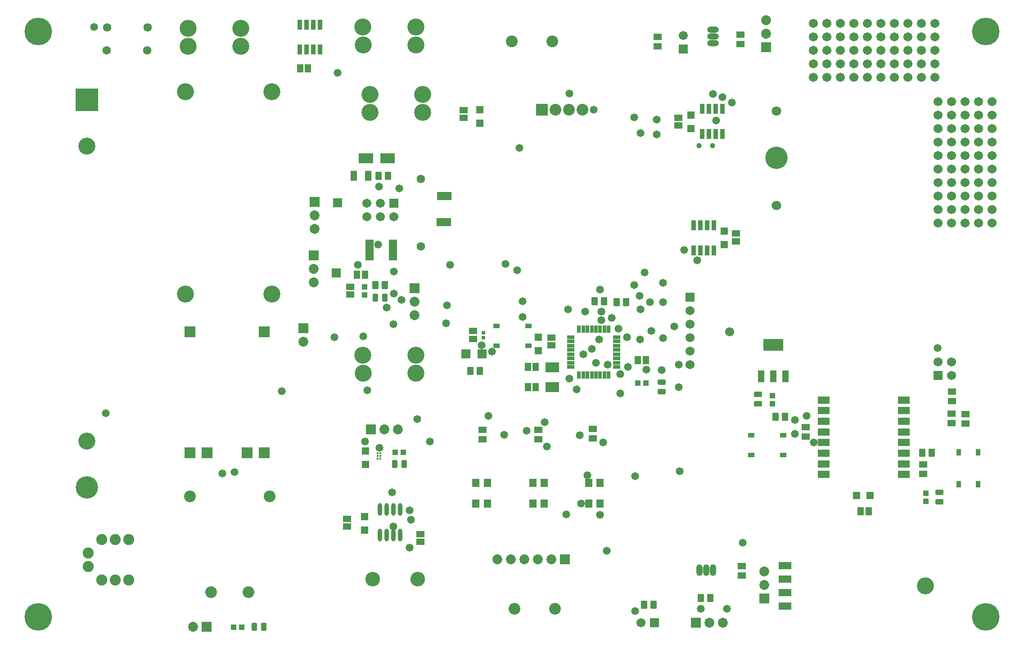
<source format=gts>
%FSTAX23Y23*%
%MOIN*%
%SFA1B1*%

%IPPOS*%
%AMD91*
4,1,8,-0.013800,0.004900,-0.013800,-0.004900,-0.004900,-0.013800,0.004900,-0.013800,0.013800,-0.004900,0.013800,0.004900,0.004900,0.013800,-0.004900,0.013800,-0.013800,0.004900,0.0*
1,1,0.017843,-0.004900,0.004900*
1,1,0.017843,-0.004900,-0.004900*
1,1,0.017843,0.004900,-0.004900*
1,1,0.017843,0.004900,0.004900*
%
%AMD92*
4,1,8,0.021500,-0.013100,0.021500,0.013100,0.013100,0.021500,-0.013100,0.021500,-0.021500,0.013100,-0.021500,-0.013100,-0.013100,-0.021500,0.013100,-0.021500,0.021500,-0.013100,0.0*
1,1,0.016748,0.013100,-0.013100*
1,1,0.016748,0.013100,0.013100*
1,1,0.016748,-0.013100,0.013100*
1,1,0.016748,-0.013100,-0.013100*
%
%AMD93*
4,1,8,-0.015000,-0.031500,0.015000,-0.031500,0.024000,-0.022500,0.024000,0.022500,0.015000,0.031500,-0.015000,0.031500,-0.024000,0.022500,-0.024000,-0.022500,-0.015000,-0.031500,0.0*
1,1,0.018000,-0.015000,-0.022500*
1,1,0.018000,0.015000,-0.022500*
1,1,0.018000,0.015000,0.022500*
1,1,0.018000,-0.015000,0.022500*
%
%AMD95*
4,1,8,0.013100,0.029000,-0.013100,0.029000,-0.021500,0.020600,-0.021500,-0.020600,-0.013100,-0.029000,0.013100,-0.029000,0.021500,-0.020600,0.021500,0.020600,0.013100,0.029000,0.0*
1,1,0.016748,0.013100,0.020600*
1,1,0.016748,-0.013100,0.020600*
1,1,0.016748,-0.013100,-0.020600*
1,1,0.016748,0.013100,-0.020600*
%
%AMD101*
4,1,8,-0.031500,0.015000,-0.031500,-0.015000,-0.022500,-0.024000,0.022500,-0.024000,0.031500,-0.015000,0.031500,0.015000,0.022500,0.024000,-0.022500,0.024000,-0.031500,0.015000,0.0*
1,1,0.018000,-0.022500,0.015000*
1,1,0.018000,-0.022500,-0.015000*
1,1,0.018000,0.022500,-0.015000*
1,1,0.018000,0.022500,0.015000*
%
%AMD103*
4,1,8,-0.013100,-0.021500,0.013100,-0.021500,0.021500,-0.013100,0.021500,0.013100,0.013100,0.021500,-0.013100,0.021500,-0.021500,0.013100,-0.021500,-0.013100,-0.013100,-0.021500,0.0*
1,1,0.016748,-0.013100,-0.013100*
1,1,0.016748,0.013100,-0.013100*
1,1,0.016748,0.013100,0.013100*
1,1,0.016748,-0.013100,0.013100*
%
%AMD104*
4,1,8,-0.029000,0.013100,-0.029000,-0.013100,-0.020600,-0.021500,0.020600,-0.021500,0.029000,-0.013100,0.029000,0.013100,0.020600,0.021500,-0.020600,0.021500,-0.029000,0.013100,0.0*
1,1,0.016748,-0.020600,0.013100*
1,1,0.016748,-0.020600,-0.013100*
1,1,0.016748,0.020600,-0.013100*
1,1,0.016748,0.020600,0.013100*
%
%ADD85R,0.086740X0.055240*%
%ADD86R,0.051307X0.074929*%
%ADD87R,0.102488X0.074929*%
%ADD88R,0.058000X0.030000*%
%ADD89R,0.030000X0.058000*%
%ADD90R,0.063000X0.025000*%
G04~CAMADD=91~8~0.0~0.0~276.9~276.9~89.2~0.0~15~0.0~0.0~0.0~0.0~0~0.0~0.0~0.0~0.0~0~0.0~0.0~0.0~90.0~276.0~276.0*
%ADD91D91*%
G04~CAMADD=92~8~0.0~0.0~430.0~430.0~83.7~0.0~15~0.0~0.0~0.0~0.0~0~0.0~0.0~0.0~0.0~0~0.0~0.0~0.0~270.0~430.0~430.0*
%ADD92D92*%
G04~CAMADD=93~8~0.0~0.0~480.0~630.0~90.0~0.0~15~0.0~0.0~0.0~0.0~0~0.0~0.0~0.0~0.0~0~0.0~0.0~0.0~180.0~480.0~630.0*
%ADD93D93*%
%ADD94R,0.067055X0.070992*%
G04~CAMADD=95~8~0.0~0.0~430.0~580.0~83.7~0.0~15~0.0~0.0~0.0~0.0~0~0.0~0.0~0.0~0.0~0~0.0~0.0~0.0~0.0~430.0~580.0*
%ADD95D95*%
%ADD96R,0.106425X0.074929*%
%ADD97O,0.031622X0.094614*%
%ADD98R,0.058000X0.058000*%
%ADD99R,0.063118X0.051307*%
%ADD100R,0.053279X0.059181*%
G04~CAMADD=101~8~0.0~0.0~480.0~630.0~90.0~0.0~15~0.0~0.0~0.0~0.0~0~0.0~0.0~0.0~0.0~0~0.0~0.0~0.0~90.0~630.0~480.0*
%ADD101D101*%
%ADD102R,0.051307X0.063118*%
G04~CAMADD=103~8~0.0~0.0~430.0~430.0~83.7~0.0~15~0.0~0.0~0.0~0.0~0~0.0~0.0~0.0~0.0~0~0.0~0.0~0.0~180.0~430.0~430.0*
%ADD103D103*%
G04~CAMADD=104~8~0.0~0.0~430.0~580.0~83.7~0.0~15~0.0~0.0~0.0~0.0~0~0.0~0.0~0.0~0.0~0~0.0~0.0~0.0~90.0~580.0~430.0*
%ADD104D104*%
%ADD105R,0.058000X0.058000*%
%ADD106C,0.165480*%
%ADD107R,0.047370X0.086740*%
%ADD108R,0.145795X0.086740*%
%ADD109C,0.017842*%
%ADD110R,0.106425X0.063118*%
%ADD111R,0.036350X0.078079*%
%ADD112R,0.047370X0.035559*%
%ADD113R,0.035559X0.047370*%
%ADD114C,0.067055*%
%ADD115R,0.073000X0.073000*%
%ADD116C,0.073000*%
%ADD117R,0.067055X0.067055*%
%ADD118C,0.126110*%
%ADD119C,0.086740*%
%ADD120R,0.086740X0.086740*%
%ADD121O,0.086740X0.047370*%
%ADD122O,0.086740X0.047370*%
%ADD123C,0.082000*%
%ADD124R,0.165480X0.165480*%
%ADD125C,0.126110*%
%ADD126C,0.086740*%
%ADD127C,0.063118*%
%ADD128C,0.039496*%
%ADD129R,0.067055X0.067055*%
%ADD130C,0.108000*%
%ADD131R,0.078866X0.078866*%
%ADD132R,0.093000X0.055201*%
%ADD133R,0.073000X0.073000*%
%ADD134C,0.204850*%
%ADD135O,0.047370X0.086740*%
%ADD136O,0.047370X0.086740*%
%ADD137C,0.070992*%
%ADD138C,0.058000*%
%LNsolarpcb-1*%
%LPD*%
G54D85*
X06018Y01809D03*
Y0173D03*
Y01651D03*
Y01573D03*
Y01494D03*
Y01415D03*
Y01336D03*
Y01258D03*
X06609D03*
Y01336D03*
Y01415D03*
Y01494D03*
Y01573D03*
Y01651D03*
Y0173D03*
Y01809D03*
G54D86*
X02536Y03473D03*
X02643D03*
G54D87*
X04006Y01906D03*
Y02052D03*
G54D88*
X04145Y02275D03*
Y02244D03*
Y02212D03*
Y02181D03*
Y02149D03*
Y02118D03*
Y02086D03*
Y02055D03*
X04483D03*
Y02086D03*
Y02118D03*
Y02149D03*
Y02181D03*
Y02212D03*
Y02244D03*
Y02275D03*
G54D89*
X04204Y01996D03*
X04236D03*
X04267D03*
X04299D03*
X0433D03*
X04362D03*
X04393D03*
X04425D03*
Y02334D03*
X04393D03*
X04362D03*
X0433D03*
X04299D03*
X04267D03*
X04236D03*
X04204D03*
G54D90*
X02826Y02986D03*
Y0296D03*
Y02935D03*
Y02909D03*
Y02884D03*
Y02858D03*
X02654D03*
Y02884D03*
Y02909D03*
Y02935D03*
Y0296D03*
Y02986D03*
G54D91*
X03496Y02273D03*
Y02309D03*
G54D92*
X02616Y02587D03*
Y02647D03*
X06775Y01119D03*
Y01059D03*
X05636Y01841D03*
Y01781D03*
G54D93*
X02791Y03472D03*
X02721D03*
X04319Y02543D03*
X04389D03*
X04554Y02535D03*
X04484D03*
X04686Y00292D03*
X04756D03*
X05108Y00342D03*
X05178D03*
X03401Y02026D03*
X03471D03*
X06747Y01418D03*
X06817D03*
X02766Y02662D03*
X02696D03*
X05729Y01685D03*
X05659D03*
G54D94*
X03486Y02151D03*
X03368D03*
G54D95*
X02766Y02567D03*
X02696D03*
X01799Y00128D03*
X01869D03*
X02839Y01335D03*
X02909D03*
G54D96*
X02628Y03602D03*
X02786D03*
G54D97*
X02731Y00809D03*
X02781D03*
X02831D03*
X02881D03*
X02731Y00998D03*
X02781D03*
X02831D03*
X02881D03*
G54D98*
X02616Y00944D03*
Y00844D03*
X0347Y0386D03*
Y0396D03*
X03905Y02175D03*
Y02275D03*
X05035Y03922D03*
Y03822D03*
X05279Y02963D03*
Y03063D03*
X02624Y0143D03*
Y0133D03*
G54D99*
X02486Y0087D03*
Y00929D03*
X04Y02273D03*
Y02214D03*
X0494Y03844D03*
Y03903D03*
X05366Y03045D03*
Y02986D03*
X0335Y039D03*
Y03959D03*
X0251Y0259D03*
Y02649D03*
X03031Y00757D03*
Y00816D03*
X03421Y02321D03*
Y02261D03*
G54D100*
X03441Y01194D03*
X03526D03*
Y0104D03*
X03441D03*
X03863Y01194D03*
X03947D03*
Y01041D03*
X03863D03*
X04276Y01194D03*
X04361D03*
Y01041D03*
X04276D03*
G54D101*
X04307Y01524D03*
Y01594D03*
X03905Y01519D03*
Y01589D03*
X03492Y01519D03*
Y01589D03*
X04786Y04433D03*
Y04503D03*
X05401Y04449D03*
Y04519D03*
X05409Y00578D03*
Y00508D03*
X07067Y01706D03*
Y01636D03*
X06963Y01639D03*
Y01709D03*
X06966Y01801D03*
Y01871D03*
X06754Y0126D03*
Y0133D03*
X05884Y01538D03*
Y01608D03*
G54D102*
X02139Y04267D03*
X02198D03*
X02619Y02737D03*
X0256D03*
X04699Y02105D03*
X0464D03*
X03826Y02056D03*
X03885D03*
X03826Y01906D03*
X03885D03*
X06349Y00986D03*
X0629D03*
G54D103*
X01648Y00126D03*
X01708D03*
X04641Y01936D03*
X04701D03*
X02904Y0142D03*
X02844D03*
G54D104*
X04818Y0194D03*
Y0187D03*
X06875Y01124D03*
Y01054D03*
X0553Y01853D03*
Y01783D03*
G54D105*
X06261Y01101D03*
X06361D03*
G54D106*
X05668Y03606D03*
X0056Y01163D03*
G54D107*
X05553Y01984D03*
X05643D03*
X05734D03*
G54D108*
X05643Y02217D03*
G54D109*
X02714Y01414D03*
Y01395D03*
Y01375D03*
X02733Y01414D03*
Y01395D03*
Y01375D03*
G54D110*
X03208Y03322D03*
X03204Y03129D03*
G54D111*
X02137Y04407D03*
X02187D03*
X02287D03*
X02137Y04592D03*
X02187D03*
X02287D03*
X02237Y04407D03*
Y04592D03*
X05153Y03104D03*
Y02919D03*
X05203Y03104D03*
X05103D03*
X05053D03*
X05203Y02919D03*
X05103D03*
X05053D03*
X05268Y03968D03*
X05218D03*
X05118D03*
X05268Y03783D03*
X05218D03*
X05118D03*
X05168Y03968D03*
Y03783D03*
G54D112*
X05718Y01402D03*
X05481D03*
X05718Y01547D03*
X05481D03*
X03593Y02359D03*
X03829D03*
X03593Y02213D03*
X03829D03*
G54D113*
X07162Y01423D03*
Y01186D03*
X07017Y01423D03*
Y01186D03*
G54D114*
X06865Y0312D03*
Y0322D03*
Y0332D03*
Y0342D03*
Y0352D03*
Y0362D03*
Y0372D03*
Y0382D03*
Y0392D03*
Y0402D03*
X06965D03*
Y0392D03*
Y0382D03*
Y0372D03*
Y0362D03*
Y0352D03*
Y0342D03*
Y0332D03*
Y0322D03*
Y0312D03*
X07065D03*
Y0322D03*
Y0332D03*
Y0342D03*
Y0352D03*
Y0362D03*
Y0372D03*
Y0382D03*
Y0392D03*
Y0402D03*
X07165D03*
Y0392D03*
Y0382D03*
Y0372D03*
Y0362D03*
Y0352D03*
Y0342D03*
Y0332D03*
Y0322D03*
Y0312D03*
X07265D03*
Y0322D03*
Y0332D03*
Y0342D03*
Y0352D03*
Y0362D03*
Y0372D03*
Y0382D03*
Y0392D03*
Y0402D03*
X05027Y0207D03*
Y0217D03*
Y0227D03*
Y0237D03*
Y0247D03*
X04976Y04512D03*
X06865Y0209D03*
X06965Y0199D03*
Y0209D03*
X02634Y03168D03*
Y03268D03*
X02734Y03168D03*
Y03268D03*
X02834Y03168D03*
X0532Y02315D03*
X0684Y042D03*
X0674D03*
X0664D03*
X0654D03*
X0644D03*
X0634D03*
X0624D03*
X0614D03*
X0604D03*
X0594D03*
Y043D03*
X0604D03*
X0614D03*
X0624D03*
X0634D03*
X0644D03*
X0654D03*
X0664D03*
X0674D03*
X0684D03*
Y044D03*
X0674D03*
X0664D03*
X0654D03*
X0644D03*
X0634D03*
X0624D03*
X0614D03*
X0604D03*
X0594D03*
Y045D03*
X0604D03*
X0614D03*
X0624D03*
X0634D03*
X0644D03*
X0654D03*
X0664D03*
X0674D03*
X0684D03*
Y046D03*
X0674D03*
X0664D03*
X0654D03*
X0644D03*
X0634D03*
X0624D03*
X0614D03*
X0604D03*
X0594D03*
X04663Y00157D03*
G54D115*
X04099Y00629D03*
X01447Y00129D03*
X05072Y00159D03*
X02664Y0159D03*
G54D116*
X03999Y00629D03*
X03899D03*
X03799D03*
X03699D03*
X03599D03*
X01347Y00129D03*
X05576Y00539D03*
Y00439D03*
X05272Y00159D03*
X05172D03*
X05592Y04626D03*
Y04526D03*
X02241Y02782D03*
Y02682D03*
X02246Y03177D03*
Y03077D03*
X02986Y02537D03*
Y02437D03*
X02764Y0159D03*
X02864D03*
X02165Y0224D03*
G54D117*
X05027Y0257D03*
X04976Y04412D03*
X02406Y02752D03*
G54D118*
X0129Y02594D03*
Y04094D03*
X0193Y02594D03*
Y04094D03*
X06769Y00431D03*
G54D119*
X04229Y0396D03*
X04129D03*
X04029D03*
G54D120*
X03929Y0396D03*
G54D121*
X05196Y04554D03*
G54D122*
X05196Y04504D03*
Y04454D03*
G54D123*
X0057Y00674D03*
Y00574D03*
X0067Y00474D03*
X0077D03*
X0087D03*
X0077Y00774D03*
X0087D03*
X0067D03*
G54D124*
X0056Y04034D03*
G54D125*
X0056Y03693D03*
Y01504D03*
X02657Y0394D03*
X03047D03*
X02656Y04074D03*
X03047D03*
X02606Y02007D03*
X02996D03*
X02605Y02141D03*
X02996D03*
Y04574D03*
X02605D03*
X02996Y0444D03*
X02606D03*
X017Y04566D03*
X0131D03*
X017Y04433D03*
X01311D03*
G54D126*
X01758Y00385D03*
X01482D03*
X01915Y01094D03*
X01325D03*
X03727Y00263D03*
X04027D03*
X03707Y04468D03*
X04007D03*
G54D127*
X00712Y0457D03*
X01012D03*
X03034Y03447D03*
Y02947D03*
X01008Y04401D03*
X00708D03*
G54D128*
X05193Y03696D03*
X05093D03*
G54D129*
X06865Y0199D03*
X02834Y03268D03*
X02418Y0327D03*
X04763Y00157D03*
G54D130*
X02677Y0048D03*
X03011D03*
G54D131*
X01451Y01417D03*
X01747D03*
X01323D03*
X01875D03*
X01323Y02315D03*
X01875D03*
G54D132*
X05729Y00581D03*
Y00481D03*
Y00381D03*
Y00281D03*
G54D133*
X05576Y00339D03*
X05592Y04426D03*
X02241Y02882D03*
X02246Y03277D03*
X02986Y02637D03*
X02165Y0234D03*
G54D134*
X07217Y002D03*
Y04542D03*
X002D03*
Y002D03*
G54D135*
X05196Y00548D03*
G54D136*
X05146Y00548D03*
X05096D03*
G54D137*
X05668Y03952D03*
Y03252D03*
G54D138*
X04705Y02035D03*
X04818Y02031D03*
X02005Y01875D03*
X01565Y01265D03*
X04135Y0408D03*
X0282Y01125D03*
X0365Y0155D03*
X03818Y01582D03*
X04559Y02275D03*
X02834Y02763D03*
X03251Y02811D03*
X03661Y02818D03*
X05196Y04078D03*
X0522Y03881D03*
X03228Y02511D03*
X0322Y02377D03*
X03748Y02771D03*
X04251Y02464D03*
X04653Y02582D03*
X04826Y02677D03*
X02874Y03377D03*
X02724Y03393D03*
X03763Y03677D03*
X04692Y02755D03*
X05108Y00262D03*
X05301D03*
X05803Y01661D03*
Y01559D03*
X05944Y01496D03*
X04314Y0396D03*
X02831Y0087D03*
X02952Y00716D03*
X04267Y01251D03*
X04222Y01041D03*
X04209Y01548D03*
X03952Y01645D03*
X03535Y01692D03*
X04779Y03779D03*
Y03889D03*
X02716Y0296D03*
X04945Y0207D03*
X03968Y01464D03*
X02952Y00992D03*
X05417Y00752D03*
X02779Y02496D03*
X02417Y04236D03*
X04619Y00244D03*
Y01246D03*
X04511Y01858D03*
X02889Y02551D03*
X03102Y01503D03*
X02637Y01881D03*
X04661Y03787D03*
X04614Y03905D03*
X04125Y0248D03*
X03787Y02543D03*
Y02425D03*
X04448Y02417D03*
X0437Y02401D03*
X03007Y01669D03*
X04944Y01905D03*
X04952Y01283D03*
X04409Y00692D03*
X04826Y02535D03*
X04732Y02535D03*
X0437Y02464D03*
X02393Y02275D03*
X02831Y0237D03*
X04614Y02661D03*
X04661Y0248D03*
X00614Y04574D03*
X04361Y00959D03*
X0411Y0096D03*
X03559Y02167D03*
X0296Y00921D03*
X04566Y02055D03*
X0474Y02322D03*
X04657Y02257D03*
X04826Y02267D03*
X02727Y01455D03*
X02622Y01503D03*
X04417Y0207D03*
X04133Y01968D03*
X04188Y01889D03*
X04511Y02D03*
X04496Y02338D03*
X04362Y02629D03*
X04984Y02921D03*
X02834Y02598D03*
X02566Y02811D03*
X05338Y04015D03*
X05268Y04055D03*
X04385Y01496D03*
X05889Y01692D03*
X0433Y02086D03*
X04236Y02149D03*
X04299Y02188D03*
X04354Y02259D03*
X0686Y02195D03*
X01655Y01275D03*
X02606Y02283D03*
X03485Y02215D03*
X0491Y02356D03*
X05079Y02845D03*
X007Y0171D03*
M02*
</source>
